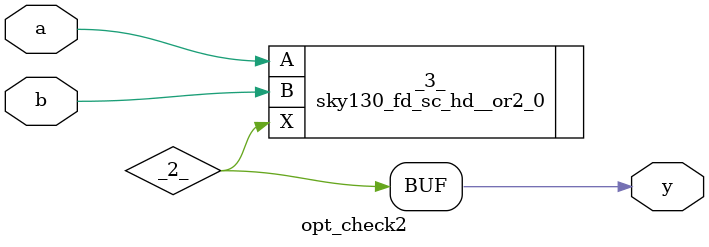
<source format=v>
/* Generated by Yosys 0.47+121 (git sha1 98b4affc4, g++ 13.2.0-23ubuntu4 -fPIC -O3) */

module opt_check2(a, b, y);
  wire _0_;
  wire _1_;
  wire _2_;
  input a;
  wire a;
  input b;
  wire b;
  output y;
  wire y;
  sky130_fd_sc_hd__or2_0 _3_ (
    .A(_0_),
    .B(_1_),
    .X(_2_)
  );
  assign _0_ = a;
  assign _1_ = b;
  assign y = _2_;
endmodule

</source>
